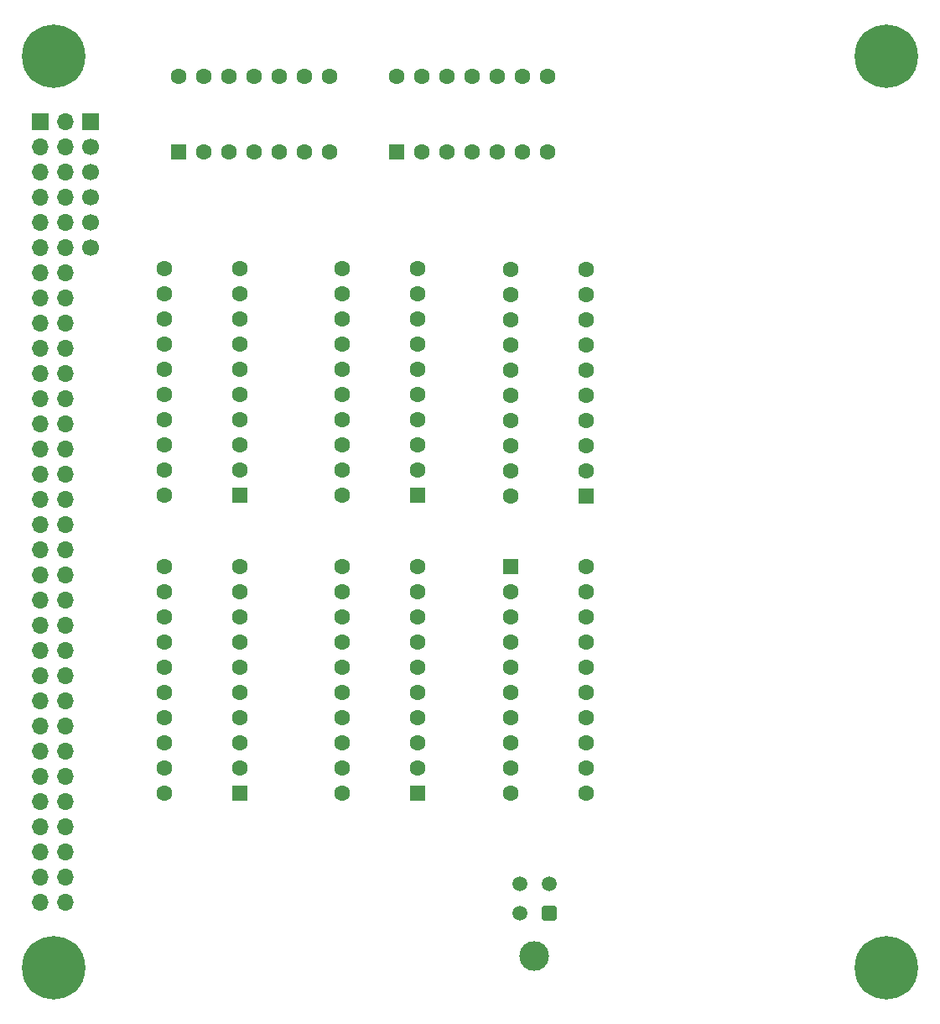
<source format=gbr>
%TF.GenerationSoftware,KiCad,Pcbnew,9.0.4*%
%TF.CreationDate,2025-09-17T01:01:28-04:00*%
%TF.ProjectId,tta8_lsu,74746138-5f6c-4737-952e-6b696361645f,0*%
%TF.SameCoordinates,Original*%
%TF.FileFunction,Soldermask,Top*%
%TF.FilePolarity,Negative*%
%FSLAX46Y46*%
G04 Gerber Fmt 4.6, Leading zero omitted, Abs format (unit mm)*
G04 Created by KiCad (PCBNEW 9.0.4) date 2025-09-17 01:01:28*
%MOMM*%
%LPD*%
G01*
G04 APERTURE LIST*
G04 Aperture macros list*
%AMRoundRect*
0 Rectangle with rounded corners*
0 $1 Rounding radius*
0 $2 $3 $4 $5 $6 $7 $8 $9 X,Y pos of 4 corners*
0 Add a 4 corners polygon primitive as box body*
4,1,4,$2,$3,$4,$5,$6,$7,$8,$9,$2,$3,0*
0 Add four circle primitives for the rounded corners*
1,1,$1+$1,$2,$3*
1,1,$1+$1,$4,$5*
1,1,$1+$1,$6,$7*
1,1,$1+$1,$8,$9*
0 Add four rect primitives between the rounded corners*
20,1,$1+$1,$2,$3,$4,$5,0*
20,1,$1+$1,$4,$5,$6,$7,0*
20,1,$1+$1,$6,$7,$8,$9,0*
20,1,$1+$1,$8,$9,$2,$3,0*%
G04 Aperture macros list end*
%ADD10C,1.600000*%
%ADD11RoundRect,0.250000X0.550000X-0.550000X0.550000X0.550000X-0.550000X0.550000X-0.550000X-0.550000X0*%
%ADD12RoundRect,0.250000X0.550000X0.550000X-0.550000X0.550000X-0.550000X-0.550000X0.550000X-0.550000X0*%
%ADD13RoundRect,0.250000X-0.550000X-0.550000X0.550000X-0.550000X0.550000X0.550000X-0.550000X0.550000X0*%
%ADD14R,1.700000X1.700000*%
%ADD15C,1.700000*%
%ADD16C,6.400000*%
%ADD17O,1.700000X1.700000*%
%ADD18C,3.000000*%
%ADD19RoundRect,0.250001X0.499999X0.499999X-0.499999X0.499999X-0.499999X-0.499999X0.499999X-0.499999X0*%
%ADD20C,1.500000*%
G04 APERTURE END LIST*
D10*
%TO.C,U8*%
X93600000Y-53100000D03*
X96140000Y-53100000D03*
X98680000Y-53100000D03*
X101220000Y-53100000D03*
X103760000Y-53100000D03*
X106300000Y-53100000D03*
X108840000Y-53100000D03*
X108840000Y-60720000D03*
X106300000Y-60720000D03*
X103760000Y-60720000D03*
X101220000Y-60720000D03*
X98680000Y-60720000D03*
X96140000Y-60720000D03*
D11*
X93600000Y-60720000D03*
%TD*%
D10*
%TO.C,U5*%
X105100000Y-95380000D03*
X105100000Y-92840000D03*
X105100000Y-90300000D03*
X105100000Y-87760000D03*
X105100000Y-85220000D03*
X105100000Y-82680000D03*
X105100000Y-80140000D03*
X105100000Y-77600000D03*
X105100000Y-75060000D03*
X105100000Y-72520000D03*
X112720000Y-72520000D03*
X112720000Y-75060000D03*
X112720000Y-77600000D03*
X112720000Y-80140000D03*
X112720000Y-82680000D03*
X112720000Y-85220000D03*
X112720000Y-87760000D03*
X112720000Y-90300000D03*
X112720000Y-92840000D03*
D12*
X112720000Y-95380000D03*
%TD*%
D13*
%TO.C,U6*%
X105100000Y-102500000D03*
D10*
X105100000Y-105040000D03*
X105100000Y-107580000D03*
X105100000Y-110120000D03*
X105100000Y-112660000D03*
X105100000Y-115200000D03*
X105100000Y-117740000D03*
X105100000Y-120280000D03*
X105100000Y-122820000D03*
X105100000Y-125360000D03*
X112720000Y-125360000D03*
X112720000Y-122820000D03*
X112720000Y-120280000D03*
X112720000Y-117740000D03*
X112720000Y-115200000D03*
X112720000Y-112660000D03*
X112720000Y-110120000D03*
X112720000Y-107580000D03*
X112720000Y-105040000D03*
X112720000Y-102500000D03*
%TD*%
D12*
%TO.C,U3*%
X95725000Y-125370000D03*
D10*
X95725000Y-122830000D03*
X95725000Y-120290000D03*
X95725000Y-117750000D03*
X95725000Y-115210000D03*
X95725000Y-112670000D03*
X95725000Y-110130000D03*
X95725000Y-107590000D03*
X95725000Y-105050000D03*
X95725000Y-102510000D03*
X88105000Y-102510000D03*
X88105000Y-105050000D03*
X88105000Y-107590000D03*
X88105000Y-110130000D03*
X88105000Y-112670000D03*
X88105000Y-115210000D03*
X88105000Y-117750000D03*
X88105000Y-120290000D03*
X88105000Y-122830000D03*
X88105000Y-125370000D03*
%TD*%
D12*
%TO.C,U1*%
X77720000Y-125360000D03*
D10*
X77720000Y-122820000D03*
X77720000Y-120280000D03*
X77720000Y-117740000D03*
X77720000Y-115200000D03*
X77720000Y-112660000D03*
X77720000Y-110120000D03*
X77720000Y-107580000D03*
X77720000Y-105040000D03*
X77720000Y-102500000D03*
X70100000Y-102500000D03*
X70100000Y-105040000D03*
X70100000Y-107580000D03*
X70100000Y-110120000D03*
X70100000Y-112660000D03*
X70100000Y-115200000D03*
X70100000Y-117740000D03*
X70100000Y-120280000D03*
X70100000Y-122820000D03*
X70100000Y-125360000D03*
%TD*%
D12*
%TO.C,U2*%
X77720000Y-95320000D03*
D10*
X77720000Y-92780000D03*
X77720000Y-90240000D03*
X77720000Y-87700000D03*
X77720000Y-85160000D03*
X77720000Y-82620000D03*
X77720000Y-80080000D03*
X77720000Y-77540000D03*
X77720000Y-75000000D03*
X77720000Y-72460000D03*
X70100000Y-72460000D03*
X70100000Y-75000000D03*
X70100000Y-77540000D03*
X70100000Y-80080000D03*
X70100000Y-82620000D03*
X70100000Y-85160000D03*
X70100000Y-87700000D03*
X70100000Y-90240000D03*
X70100000Y-92780000D03*
X70100000Y-95320000D03*
%TD*%
D12*
%TO.C,U4*%
X95700000Y-95360000D03*
D10*
X95700000Y-92820000D03*
X95700000Y-90280000D03*
X95700000Y-87740000D03*
X95700000Y-85200000D03*
X95700000Y-82660000D03*
X95700000Y-80120000D03*
X95700000Y-77580000D03*
X95700000Y-75040000D03*
X95700000Y-72500000D03*
X88080000Y-72500000D03*
X88080000Y-75040000D03*
X88080000Y-77580000D03*
X88080000Y-80120000D03*
X88080000Y-82660000D03*
X88080000Y-85200000D03*
X88080000Y-87740000D03*
X88080000Y-90280000D03*
X88080000Y-92820000D03*
X88080000Y-95360000D03*
%TD*%
D11*
%TO.C,U7*%
X71612500Y-60705000D03*
D10*
X74152500Y-60705000D03*
X76692500Y-60705000D03*
X79232500Y-60705000D03*
X81772500Y-60705000D03*
X84312500Y-60705000D03*
X86852500Y-60705000D03*
X86852500Y-53085000D03*
X84312500Y-53085000D03*
X81772500Y-53085000D03*
X79232500Y-53085000D03*
X76692500Y-53085000D03*
X74152500Y-53085000D03*
X71612500Y-53085000D03*
%TD*%
D14*
%TO.C,J2*%
X62650000Y-57645000D03*
D15*
X62650000Y-60185000D03*
X62650000Y-62725000D03*
X62650000Y-65265000D03*
X62650000Y-67805000D03*
X62650000Y-70345000D03*
%TD*%
D16*
%TO.C,H3*%
X59000000Y-143000000D03*
%TD*%
%TO.C,H2*%
X143000000Y-51000000D03*
%TD*%
D14*
%TO.C,J1*%
X57570000Y-57645000D03*
D17*
X60110000Y-57645000D03*
X57570000Y-60185000D03*
X60110000Y-60185000D03*
X57570000Y-62725000D03*
X60110000Y-62725000D03*
X57570000Y-65265000D03*
X60110000Y-65265000D03*
X57570000Y-67805000D03*
X60110000Y-67805000D03*
X57570000Y-70345000D03*
X60110000Y-70345000D03*
X57570000Y-72885000D03*
X60110000Y-72885000D03*
X57570000Y-75425000D03*
X60110000Y-75425000D03*
X57570000Y-77965000D03*
X60110000Y-77965000D03*
X57570000Y-80505000D03*
X60110000Y-80505000D03*
X57570000Y-83045000D03*
X60110000Y-83045000D03*
X57570000Y-85585000D03*
X60110000Y-85585000D03*
X57570000Y-88125000D03*
X60110000Y-88125000D03*
X57570000Y-90665000D03*
X60110000Y-90665000D03*
X57570000Y-93205000D03*
X60110000Y-93205000D03*
X57570000Y-95745000D03*
X60110000Y-95745000D03*
X57570000Y-98285000D03*
X60110000Y-98285000D03*
X57570000Y-100825000D03*
X60110000Y-100825000D03*
X57570000Y-103365000D03*
X60110000Y-103365000D03*
X57570000Y-105905000D03*
X60110000Y-105905000D03*
X57570000Y-108445000D03*
X60110000Y-108445000D03*
X57570000Y-110985000D03*
X60110000Y-110985000D03*
X57570000Y-113525000D03*
X60110000Y-113525000D03*
X57570000Y-116065000D03*
X60110000Y-116065000D03*
X57570000Y-118605000D03*
X60110000Y-118605000D03*
X57570000Y-121145000D03*
X60110000Y-121145000D03*
X57570000Y-123685000D03*
X60110000Y-123685000D03*
X57570000Y-126225000D03*
X60110000Y-126225000D03*
X57570000Y-128765000D03*
X60110000Y-128765000D03*
X57570000Y-131305000D03*
X60110000Y-131305000D03*
X57570000Y-133845000D03*
X60110000Y-133845000D03*
X57570000Y-136385000D03*
X60110000Y-136385000D03*
%TD*%
D16*
%TO.C,H1*%
X59000000Y-51000000D03*
%TD*%
D18*
%TO.C,J3*%
X107500000Y-141820000D03*
D19*
X109000000Y-137500000D03*
D20*
X106000000Y-137500000D03*
X109000000Y-134500000D03*
X106000000Y-134500000D03*
%TD*%
D16*
%TO.C,H4*%
X143000000Y-143000000D03*
%TD*%
M02*

</source>
